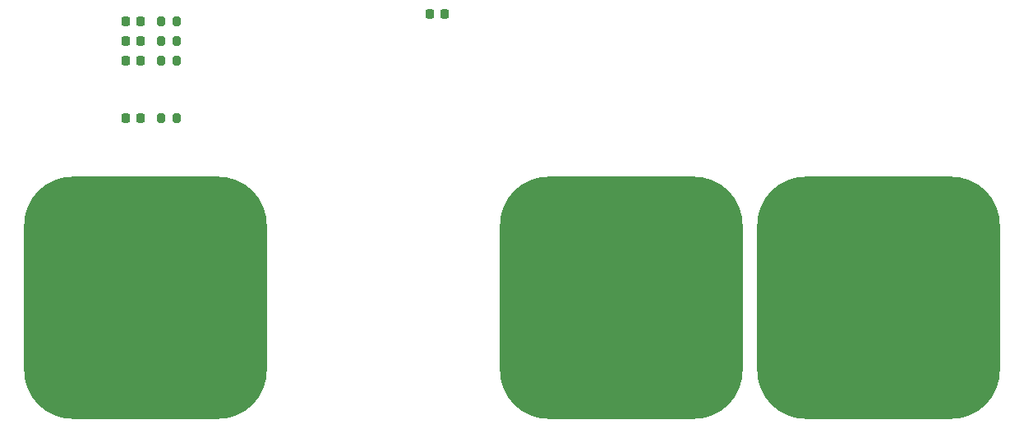
<source format=gbp>
G04 #@! TF.GenerationSoftware,KiCad,Pcbnew,8.0.0*
G04 #@! TF.CreationDate,2024-03-29T12:15:46-04:00*
G04 #@! TF.ProjectId,ecg_board,6563675f-626f-4617-9264-2e6b69636164,rev?*
G04 #@! TF.SameCoordinates,Original*
G04 #@! TF.FileFunction,Paste,Bot*
G04 #@! TF.FilePolarity,Positive*
%FSLAX46Y46*%
G04 Gerber Fmt 4.6, Leading zero omitted, Abs format (unit mm)*
G04 Created by KiCad (PCBNEW 8.0.0) date 2024-03-29 12:15:46*
%MOMM*%
%LPD*%
G01*
G04 APERTURE LIST*
G04 Aperture macros list*
%AMRoundRect*
0 Rectangle with rounded corners*
0 $1 Rounding radius*
0 $2 $3 $4 $5 $6 $7 $8 $9 X,Y pos of 4 corners*
0 Add a 4 corners polygon primitive as box body*
4,1,4,$2,$3,$4,$5,$6,$7,$8,$9,$2,$3,0*
0 Add four circle primitives for the rounded corners*
1,1,$1+$1,$2,$3*
1,1,$1+$1,$4,$5*
1,1,$1+$1,$6,$7*
1,1,$1+$1,$8,$9*
0 Add four rect primitives between the rounded corners*
20,1,$1+$1,$2,$3,$4,$5,0*
20,1,$1+$1,$4,$5,$6,$7,0*
20,1,$1+$1,$6,$7,$8,$9,0*
20,1,$1+$1,$8,$9,$2,$3,0*%
G04 Aperture macros list end*
%ADD10RoundRect,0.218750X-0.218750X-0.256250X0.218750X-0.256250X0.218750X0.256250X-0.218750X0.256250X0*%
%ADD11RoundRect,0.200000X-0.200000X-0.275000X0.200000X-0.275000X0.200000X0.275000X-0.200000X0.275000X0*%
%ADD12RoundRect,5.000000X7.500000X7.500000X-7.500000X7.500000X-7.500000X-7.500000X7.500000X-7.500000X0*%
G04 APERTURE END LIST*
D10*
X137250000Y-67250000D03*
X138825000Y-67250000D03*
D11*
X109562500Y-78000000D03*
X111212500Y-78000000D03*
D12*
X157000000Y-96500000D03*
D10*
X105925000Y-70000000D03*
X107500000Y-70000000D03*
D11*
X109562500Y-68000000D03*
X111212500Y-68000000D03*
D10*
X105925000Y-78000000D03*
X107500000Y-78000000D03*
D11*
X109562500Y-72030000D03*
X111212500Y-72030000D03*
D10*
X105925000Y-68000000D03*
X107500000Y-68000000D03*
X105925000Y-72030000D03*
X107500000Y-72030000D03*
D12*
X183500000Y-96500000D03*
X108000000Y-96500000D03*
D11*
X109562500Y-70000000D03*
X111212500Y-70000000D03*
M02*

</source>
